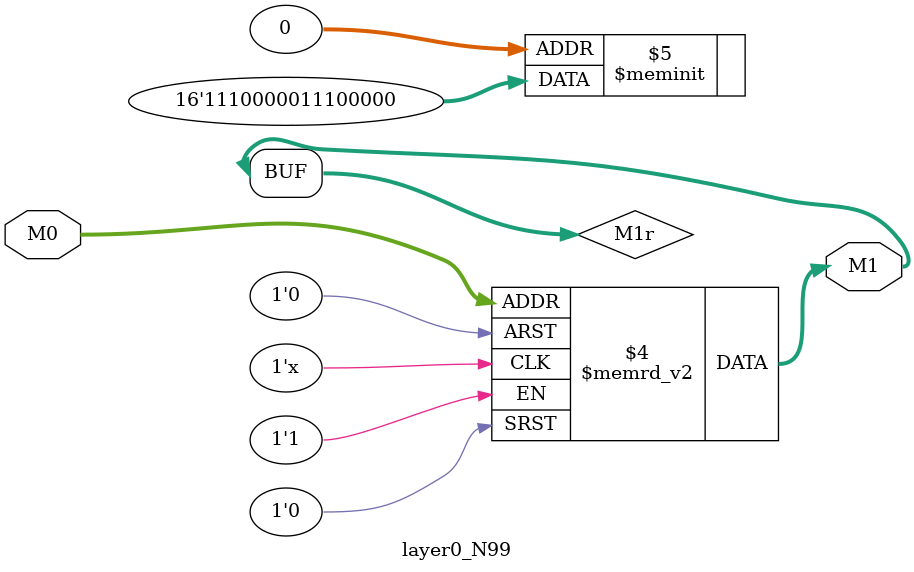
<source format=v>
module layer0_N99 ( input [2:0] M0, output [1:0] M1 );

	(*rom_style = "distributed" *) reg [1:0] M1r;
	assign M1 = M1r;
	always @ (M0) begin
		case (M0)
			3'b000: M1r = 2'b00;
			3'b100: M1r = 2'b00;
			3'b010: M1r = 2'b10;
			3'b110: M1r = 2'b10;
			3'b001: M1r = 2'b00;
			3'b101: M1r = 2'b00;
			3'b011: M1r = 2'b11;
			3'b111: M1r = 2'b11;

		endcase
	end
endmodule

</source>
